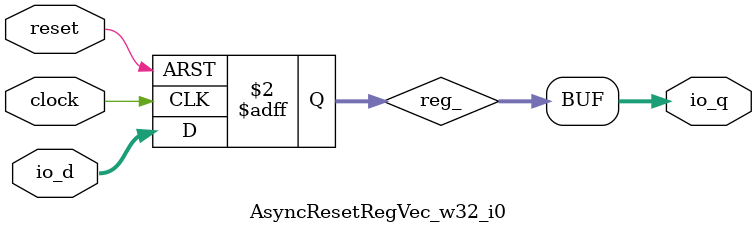
<source format=v>
module AsyncResetRegVec_w32_i0(
  input         clock,
  input         reset,
  input  [31:0] io_d,
  output [31:0] io_q
);
  reg [31:0] reg_;
  assign io_q = reg_;

  always @(posedge clock or posedge reset) begin
    if (reset) begin
      reg_ <= 32'h0;
    end else begin
      reg_ <= io_d;
    end
  end

endmodule


</source>
